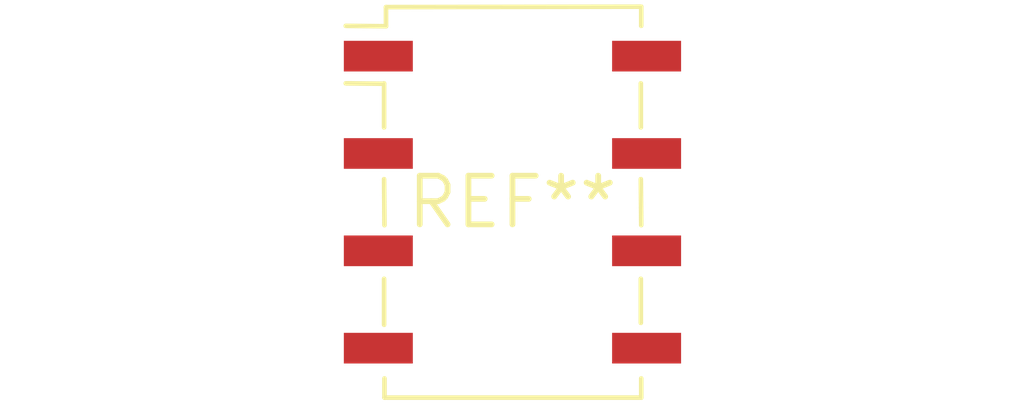
<source format=kicad_pcb>
(kicad_pcb (version 20240108) (generator pcbnew)
  (layers (0 "F.Cu" signal) (31 "B.Cu" signal) (34 "B.Paste" user) (35 "F.Paste" user) (36 "B.SilkS" user "B.Silkscreen") (37 "F.SilkS" user "F.Silkscreen") (38 "B.Mask" user) (39 "F.Mask" user) (44 "Edge.Cuts" user))
  (net 0 "")
  (footprint "Relay_DPDT_Omron_G6K-2F" (layer "F.Cu") (at 0 0)
    (property "Reference" "REF**")
    (property "Value" "Relay_DPDT_Omron_G6K-2F")
    (fp_line (start -3.35 -3.09) (end -4.35 -3.1) (layer "F.SilkS") (stroke (width 0.12)))
    (fp_line (start -3.35 -1.95) (end -3.35 -3.1) (layer "F.SilkS") (stroke (width 0.12)))
    (fp_line (start -3.35 3.2) (end -3.35 2) (layer "F.SilkS") (stroke (width 0.12)))
    (fp_line (start -3.34 0.6) (end -3.35 -0.6) (layer "F.SilkS") (stroke (width 0.12)))
    (fp_line (start -3.34 5.1) (end -3.34 4.6) (layer "F.SilkS") (stroke (width 0.12)))
    (fp_line (start -3.3 -5.09) (end -3.3 -4.59) (layer "F.SilkS") (stroke (width 0.12)))
    (fp_line (start -3.3 -5.09) (end 3.36 -5.1) (layer "F.SilkS") (stroke (width 0.12)))
    (fp_line (start -3.3 -4.59) (end -4.35 -4.6) (layer "F.SilkS") (stroke (width 0.12)))
    (fp_line (start 3.35 -3.1) (end 3.35 -1.95) (layer "F.SilkS") (stroke (width 0.12)))
    (fp_line (start 3.35 -0.6) (end 3.36 0.6) (layer "F.SilkS") (stroke (width 0.12)))
    (fp_line (start 3.35 2) (end 3.35 3.15) (layer "F.SilkS") (stroke (width 0.12)))
    (fp_line (start 3.36 -5.1) (end 3.36 -4.6) (layer "F.SilkS") (stroke (width 0.12)))
    (fp_line (start 3.36 4.6) (end 3.36 5.1) (layer "F.SilkS") (stroke (width 0.12)))
    (fp_line (start 3.36 5.1) (end -3.34 5.1) (layer "F.SilkS") (stroke (width 0.12)))
    (pad "1" smd rect (at -3.5 -3.81) (size 1.8 0.8) (layers "F.Cu" "F.Paste" "F.Mask"))
    (pad "2" smd rect (at -3.5 -1.27) (size 1.8 0.8) (layers "F.Cu" "F.Paste" "F.Mask"))
    (pad "3" smd rect (at -3.5 1.27) (size 1.8 0.8) (layers "F.Cu" "F.Paste" "F.Mask"))
    (pad "4" smd rect (at -3.5 3.81) (size 1.8 0.8) (layers "F.Cu" "F.Paste" "F.Mask"))
    (pad "5" smd rect (at 3.5 3.81) (size 1.8 0.8) (layers "F.Cu" "F.Paste" "F.Mask"))
    (pad "6" smd rect (at 3.5 1.27) (size 1.8 0.8) (layers "F.Cu" "F.Paste" "F.Mask"))
    (pad "7" smd rect (at 3.5 -1.27) (size 1.8 0.8) (layers "F.Cu" "F.Paste" "F.Mask"))
    (pad "8" smd rect (at 3.5 -3.81) (size 1.8 0.8) (layers "F.Cu" "F.Paste" "F.Mask"))
  )
)
</source>
